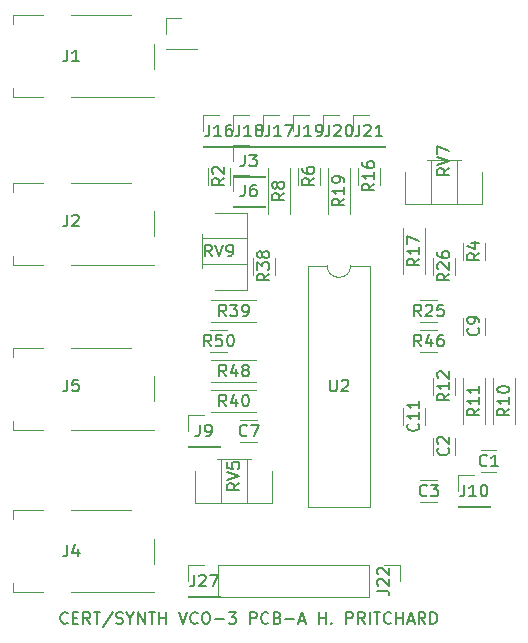
<source format=gbr>
%TF.GenerationSoftware,KiCad,Pcbnew,(6.0.5)*%
%TF.CreationDate,2023-05-17T00:23:09-04:00*%
%TF.ProjectId,as3340_no_mux,61733333-3430-45f6-9e6f-5f6d75782e6b,rev?*%
%TF.SameCoordinates,Original*%
%TF.FileFunction,Legend,Top*%
%TF.FilePolarity,Positive*%
%FSLAX46Y46*%
G04 Gerber Fmt 4.6, Leading zero omitted, Abs format (unit mm)*
G04 Created by KiCad (PCBNEW (6.0.5)) date 2023-05-17 00:23:09*
%MOMM*%
%LPD*%
G01*
G04 APERTURE LIST*
%ADD10C,0.150000*%
%ADD11C,0.120000*%
G04 APERTURE END LIST*
D10*
X38006666Y-155932142D02*
X37959047Y-155979761D01*
X37816190Y-156027380D01*
X37720952Y-156027380D01*
X37578095Y-155979761D01*
X37482857Y-155884523D01*
X37435238Y-155789285D01*
X37387619Y-155598809D01*
X37387619Y-155455952D01*
X37435238Y-155265476D01*
X37482857Y-155170238D01*
X37578095Y-155075000D01*
X37720952Y-155027380D01*
X37816190Y-155027380D01*
X37959047Y-155075000D01*
X38006666Y-155122619D01*
X38435238Y-155503571D02*
X38768571Y-155503571D01*
X38911428Y-156027380D02*
X38435238Y-156027380D01*
X38435238Y-155027380D01*
X38911428Y-155027380D01*
X39911428Y-156027380D02*
X39578095Y-155551190D01*
X39340000Y-156027380D02*
X39340000Y-155027380D01*
X39720952Y-155027380D01*
X39816190Y-155075000D01*
X39863809Y-155122619D01*
X39911428Y-155217857D01*
X39911428Y-155360714D01*
X39863809Y-155455952D01*
X39816190Y-155503571D01*
X39720952Y-155551190D01*
X39340000Y-155551190D01*
X40197142Y-155027380D02*
X40768571Y-155027380D01*
X40482857Y-156027380D02*
X40482857Y-155027380D01*
X41816190Y-154979761D02*
X40959047Y-156265476D01*
X42101904Y-155979761D02*
X42244761Y-156027380D01*
X42482857Y-156027380D01*
X42578095Y-155979761D01*
X42625714Y-155932142D01*
X42673333Y-155836904D01*
X42673333Y-155741666D01*
X42625714Y-155646428D01*
X42578095Y-155598809D01*
X42482857Y-155551190D01*
X42292380Y-155503571D01*
X42197142Y-155455952D01*
X42149523Y-155408333D01*
X42101904Y-155313095D01*
X42101904Y-155217857D01*
X42149523Y-155122619D01*
X42197142Y-155075000D01*
X42292380Y-155027380D01*
X42530476Y-155027380D01*
X42673333Y-155075000D01*
X43292380Y-155551190D02*
X43292380Y-156027380D01*
X42959047Y-155027380D02*
X43292380Y-155551190D01*
X43625714Y-155027380D01*
X43959047Y-156027380D02*
X43959047Y-155027380D01*
X44530476Y-156027380D01*
X44530476Y-155027380D01*
X44863809Y-155027380D02*
X45435238Y-155027380D01*
X45149523Y-156027380D02*
X45149523Y-155027380D01*
X45768571Y-156027380D02*
X45768571Y-155027380D01*
X45768571Y-155503571D02*
X46340000Y-155503571D01*
X46340000Y-156027380D02*
X46340000Y-155027380D01*
X47435238Y-155027380D02*
X47768571Y-156027380D01*
X48101904Y-155027380D01*
X49006666Y-155932142D02*
X48959047Y-155979761D01*
X48816190Y-156027380D01*
X48720952Y-156027380D01*
X48578095Y-155979761D01*
X48482857Y-155884523D01*
X48435238Y-155789285D01*
X48387619Y-155598809D01*
X48387619Y-155455952D01*
X48435238Y-155265476D01*
X48482857Y-155170238D01*
X48578095Y-155075000D01*
X48720952Y-155027380D01*
X48816190Y-155027380D01*
X48959047Y-155075000D01*
X49006666Y-155122619D01*
X49625714Y-155027380D02*
X49816190Y-155027380D01*
X49911428Y-155075000D01*
X50006666Y-155170238D01*
X50054285Y-155360714D01*
X50054285Y-155694047D01*
X50006666Y-155884523D01*
X49911428Y-155979761D01*
X49816190Y-156027380D01*
X49625714Y-156027380D01*
X49530476Y-155979761D01*
X49435238Y-155884523D01*
X49387619Y-155694047D01*
X49387619Y-155360714D01*
X49435238Y-155170238D01*
X49530476Y-155075000D01*
X49625714Y-155027380D01*
X50482857Y-155646428D02*
X51244761Y-155646428D01*
X51625714Y-155027380D02*
X52244761Y-155027380D01*
X51911428Y-155408333D01*
X52054285Y-155408333D01*
X52149523Y-155455952D01*
X52197142Y-155503571D01*
X52244761Y-155598809D01*
X52244761Y-155836904D01*
X52197142Y-155932142D01*
X52149523Y-155979761D01*
X52054285Y-156027380D01*
X51768571Y-156027380D01*
X51673333Y-155979761D01*
X51625714Y-155932142D01*
X53435238Y-156027380D02*
X53435238Y-155027380D01*
X53816190Y-155027380D01*
X53911428Y-155075000D01*
X53959047Y-155122619D01*
X54006666Y-155217857D01*
X54006666Y-155360714D01*
X53959047Y-155455952D01*
X53911428Y-155503571D01*
X53816190Y-155551190D01*
X53435238Y-155551190D01*
X55006666Y-155932142D02*
X54959047Y-155979761D01*
X54816190Y-156027380D01*
X54720952Y-156027380D01*
X54578095Y-155979761D01*
X54482857Y-155884523D01*
X54435238Y-155789285D01*
X54387619Y-155598809D01*
X54387619Y-155455952D01*
X54435238Y-155265476D01*
X54482857Y-155170238D01*
X54578095Y-155075000D01*
X54720952Y-155027380D01*
X54816190Y-155027380D01*
X54959047Y-155075000D01*
X55006666Y-155122619D01*
X55768571Y-155503571D02*
X55911428Y-155551190D01*
X55959047Y-155598809D01*
X56006666Y-155694047D01*
X56006666Y-155836904D01*
X55959047Y-155932142D01*
X55911428Y-155979761D01*
X55816190Y-156027380D01*
X55435238Y-156027380D01*
X55435238Y-155027380D01*
X55768571Y-155027380D01*
X55863809Y-155075000D01*
X55911428Y-155122619D01*
X55959047Y-155217857D01*
X55959047Y-155313095D01*
X55911428Y-155408333D01*
X55863809Y-155455952D01*
X55768571Y-155503571D01*
X55435238Y-155503571D01*
X56435238Y-155646428D02*
X57197142Y-155646428D01*
X57625714Y-155741666D02*
X58101904Y-155741666D01*
X57530476Y-156027380D02*
X57863809Y-155027380D01*
X58197142Y-156027380D01*
X59292380Y-156027380D02*
X59292380Y-155027380D01*
X59292380Y-155503571D02*
X59863809Y-155503571D01*
X59863809Y-156027380D02*
X59863809Y-155027380D01*
X60340000Y-155932142D02*
X60387619Y-155979761D01*
X60340000Y-156027380D01*
X60292380Y-155979761D01*
X60340000Y-155932142D01*
X60340000Y-156027380D01*
X61578095Y-156027380D02*
X61578095Y-155027380D01*
X61959047Y-155027380D01*
X62054285Y-155075000D01*
X62101904Y-155122619D01*
X62149523Y-155217857D01*
X62149523Y-155360714D01*
X62101904Y-155455952D01*
X62054285Y-155503571D01*
X61959047Y-155551190D01*
X61578095Y-155551190D01*
X63149523Y-156027380D02*
X62816190Y-155551190D01*
X62578095Y-156027380D02*
X62578095Y-155027380D01*
X62959047Y-155027380D01*
X63054285Y-155075000D01*
X63101904Y-155122619D01*
X63149523Y-155217857D01*
X63149523Y-155360714D01*
X63101904Y-155455952D01*
X63054285Y-155503571D01*
X62959047Y-155551190D01*
X62578095Y-155551190D01*
X63578095Y-156027380D02*
X63578095Y-155027380D01*
X63911428Y-155027380D02*
X64482857Y-155027380D01*
X64197142Y-156027380D02*
X64197142Y-155027380D01*
X65387619Y-155932142D02*
X65340000Y-155979761D01*
X65197142Y-156027380D01*
X65101904Y-156027380D01*
X64959047Y-155979761D01*
X64863809Y-155884523D01*
X64816190Y-155789285D01*
X64768571Y-155598809D01*
X64768571Y-155455952D01*
X64816190Y-155265476D01*
X64863809Y-155170238D01*
X64959047Y-155075000D01*
X65101904Y-155027380D01*
X65197142Y-155027380D01*
X65340000Y-155075000D01*
X65387619Y-155122619D01*
X65816190Y-156027380D02*
X65816190Y-155027380D01*
X65816190Y-155503571D02*
X66387619Y-155503571D01*
X66387619Y-156027380D02*
X66387619Y-155027380D01*
X66816190Y-155741666D02*
X67292380Y-155741666D01*
X66720952Y-156027380D02*
X67054285Y-155027380D01*
X67387619Y-156027380D01*
X68292380Y-156027380D02*
X67959047Y-155551190D01*
X67720952Y-156027380D02*
X67720952Y-155027380D01*
X68101904Y-155027380D01*
X68197142Y-155075000D01*
X68244761Y-155122619D01*
X68292380Y-155217857D01*
X68292380Y-155360714D01*
X68244761Y-155455952D01*
X68197142Y-155503571D01*
X68101904Y-155551190D01*
X67720952Y-155551190D01*
X68720952Y-156027380D02*
X68720952Y-155027380D01*
X68959047Y-155027380D01*
X69101904Y-155075000D01*
X69197142Y-155170238D01*
X69244761Y-155265476D01*
X69292380Y-155455952D01*
X69292380Y-155598809D01*
X69244761Y-155789285D01*
X69197142Y-155884523D01*
X69101904Y-155979761D01*
X68959047Y-156027380D01*
X68720952Y-156027380D01*
%TO.C,R40*%
X51427142Y-137612380D02*
X51093809Y-137136190D01*
X50855714Y-137612380D02*
X50855714Y-136612380D01*
X51236666Y-136612380D01*
X51331904Y-136660000D01*
X51379523Y-136707619D01*
X51427142Y-136802857D01*
X51427142Y-136945714D01*
X51379523Y-137040952D01*
X51331904Y-137088571D01*
X51236666Y-137136190D01*
X50855714Y-137136190D01*
X52284285Y-136945714D02*
X52284285Y-137612380D01*
X52046190Y-136564761D02*
X51808095Y-137279047D01*
X52427142Y-137279047D01*
X52998571Y-136612380D02*
X53093809Y-136612380D01*
X53189047Y-136660000D01*
X53236666Y-136707619D01*
X53284285Y-136802857D01*
X53331904Y-136993333D01*
X53331904Y-137231428D01*
X53284285Y-137421904D01*
X53236666Y-137517142D01*
X53189047Y-137564761D01*
X53093809Y-137612380D01*
X52998571Y-137612380D01*
X52903333Y-137564761D01*
X52855714Y-137517142D01*
X52808095Y-137421904D01*
X52760476Y-137231428D01*
X52760476Y-136993333D01*
X52808095Y-136802857D01*
X52855714Y-136707619D01*
X52903333Y-136660000D01*
X52998571Y-136612380D01*
%TO.C,RV5*%
X52522380Y-144105238D02*
X52046190Y-144438571D01*
X52522380Y-144676666D02*
X51522380Y-144676666D01*
X51522380Y-144295714D01*
X51570000Y-144200476D01*
X51617619Y-144152857D01*
X51712857Y-144105238D01*
X51855714Y-144105238D01*
X51950952Y-144152857D01*
X51998571Y-144200476D01*
X52046190Y-144295714D01*
X52046190Y-144676666D01*
X51522380Y-143819523D02*
X52522380Y-143486190D01*
X51522380Y-143152857D01*
X51522380Y-142343333D02*
X51522380Y-142819523D01*
X51998571Y-142867142D01*
X51950952Y-142819523D01*
X51903333Y-142724285D01*
X51903333Y-142486190D01*
X51950952Y-142390952D01*
X51998571Y-142343333D01*
X52093809Y-142295714D01*
X52331904Y-142295714D01*
X52427142Y-142343333D01*
X52474761Y-142390952D01*
X52522380Y-142486190D01*
X52522380Y-142724285D01*
X52474761Y-142819523D01*
X52427142Y-142867142D01*
%TO.C,R2*%
X51252380Y-118276666D02*
X50776190Y-118610000D01*
X51252380Y-118848095D02*
X50252380Y-118848095D01*
X50252380Y-118467142D01*
X50300000Y-118371904D01*
X50347619Y-118324285D01*
X50442857Y-118276666D01*
X50585714Y-118276666D01*
X50680952Y-118324285D01*
X50728571Y-118371904D01*
X50776190Y-118467142D01*
X50776190Y-118848095D01*
X50347619Y-117895714D02*
X50300000Y-117848095D01*
X50252380Y-117752857D01*
X50252380Y-117514761D01*
X50300000Y-117419523D01*
X50347619Y-117371904D01*
X50442857Y-117324285D01*
X50538095Y-117324285D01*
X50680952Y-117371904D01*
X51252380Y-117943333D01*
X51252380Y-117324285D01*
%TO.C,J21*%
X62690476Y-113752380D02*
X62690476Y-114466666D01*
X62642857Y-114609523D01*
X62547619Y-114704761D01*
X62404761Y-114752380D01*
X62309523Y-114752380D01*
X63119047Y-113847619D02*
X63166666Y-113800000D01*
X63261904Y-113752380D01*
X63500000Y-113752380D01*
X63595238Y-113800000D01*
X63642857Y-113847619D01*
X63690476Y-113942857D01*
X63690476Y-114038095D01*
X63642857Y-114180952D01*
X63071428Y-114752380D01*
X63690476Y-114752380D01*
X64642857Y-114752380D02*
X64071428Y-114752380D01*
X64357142Y-114752380D02*
X64357142Y-113752380D01*
X64261904Y-113895238D01*
X64166666Y-113990476D01*
X64071428Y-114038095D01*
%TO.C,J18*%
X52530476Y-113752380D02*
X52530476Y-114466666D01*
X52482857Y-114609523D01*
X52387619Y-114704761D01*
X52244761Y-114752380D01*
X52149523Y-114752380D01*
X53530476Y-114752380D02*
X52959047Y-114752380D01*
X53244761Y-114752380D02*
X53244761Y-113752380D01*
X53149523Y-113895238D01*
X53054285Y-113990476D01*
X52959047Y-114038095D01*
X54101904Y-114180952D02*
X54006666Y-114133333D01*
X53959047Y-114085714D01*
X53911428Y-113990476D01*
X53911428Y-113942857D01*
X53959047Y-113847619D01*
X54006666Y-113800000D01*
X54101904Y-113752380D01*
X54292380Y-113752380D01*
X54387619Y-113800000D01*
X54435238Y-113847619D01*
X54482857Y-113942857D01*
X54482857Y-113990476D01*
X54435238Y-114085714D01*
X54387619Y-114133333D01*
X54292380Y-114180952D01*
X54101904Y-114180952D01*
X54006666Y-114228571D01*
X53959047Y-114276190D01*
X53911428Y-114371428D01*
X53911428Y-114561904D01*
X53959047Y-114657142D01*
X54006666Y-114704761D01*
X54101904Y-114752380D01*
X54292380Y-114752380D01*
X54387619Y-114704761D01*
X54435238Y-114657142D01*
X54482857Y-114561904D01*
X54482857Y-114371428D01*
X54435238Y-114276190D01*
X54387619Y-114228571D01*
X54292380Y-114180952D01*
%TO.C,J20*%
X60150476Y-113752380D02*
X60150476Y-114466666D01*
X60102857Y-114609523D01*
X60007619Y-114704761D01*
X59864761Y-114752380D01*
X59769523Y-114752380D01*
X60579047Y-113847619D02*
X60626666Y-113800000D01*
X60721904Y-113752380D01*
X60960000Y-113752380D01*
X61055238Y-113800000D01*
X61102857Y-113847619D01*
X61150476Y-113942857D01*
X61150476Y-114038095D01*
X61102857Y-114180952D01*
X60531428Y-114752380D01*
X61150476Y-114752380D01*
X61769523Y-113752380D02*
X61864761Y-113752380D01*
X61960000Y-113800000D01*
X62007619Y-113847619D01*
X62055238Y-113942857D01*
X62102857Y-114133333D01*
X62102857Y-114371428D01*
X62055238Y-114561904D01*
X62007619Y-114657142D01*
X61960000Y-114704761D01*
X61864761Y-114752380D01*
X61769523Y-114752380D01*
X61674285Y-114704761D01*
X61626666Y-114657142D01*
X61579047Y-114561904D01*
X61531428Y-114371428D01*
X61531428Y-114133333D01*
X61579047Y-113942857D01*
X61626666Y-113847619D01*
X61674285Y-113800000D01*
X61769523Y-113752380D01*
%TO.C,J16*%
X49990476Y-113752380D02*
X49990476Y-114466666D01*
X49942857Y-114609523D01*
X49847619Y-114704761D01*
X49704761Y-114752380D01*
X49609523Y-114752380D01*
X50990476Y-114752380D02*
X50419047Y-114752380D01*
X50704761Y-114752380D02*
X50704761Y-113752380D01*
X50609523Y-113895238D01*
X50514285Y-113990476D01*
X50419047Y-114038095D01*
X51847619Y-113752380D02*
X51657142Y-113752380D01*
X51561904Y-113800000D01*
X51514285Y-113847619D01*
X51419047Y-113990476D01*
X51371428Y-114180952D01*
X51371428Y-114561904D01*
X51419047Y-114657142D01*
X51466666Y-114704761D01*
X51561904Y-114752380D01*
X51752380Y-114752380D01*
X51847619Y-114704761D01*
X51895238Y-114657142D01*
X51942857Y-114561904D01*
X51942857Y-114323809D01*
X51895238Y-114228571D01*
X51847619Y-114180952D01*
X51752380Y-114133333D01*
X51561904Y-114133333D01*
X51466666Y-114180952D01*
X51419047Y-114228571D01*
X51371428Y-114323809D01*
%TO.C,R46*%
X67937142Y-132532380D02*
X67603809Y-132056190D01*
X67365714Y-132532380D02*
X67365714Y-131532380D01*
X67746666Y-131532380D01*
X67841904Y-131580000D01*
X67889523Y-131627619D01*
X67937142Y-131722857D01*
X67937142Y-131865714D01*
X67889523Y-131960952D01*
X67841904Y-132008571D01*
X67746666Y-132056190D01*
X67365714Y-132056190D01*
X68794285Y-131865714D02*
X68794285Y-132532380D01*
X68556190Y-131484761D02*
X68318095Y-132199047D01*
X68937142Y-132199047D01*
X69746666Y-131532380D02*
X69556190Y-131532380D01*
X69460952Y-131580000D01*
X69413333Y-131627619D01*
X69318095Y-131770476D01*
X69270476Y-131960952D01*
X69270476Y-132341904D01*
X69318095Y-132437142D01*
X69365714Y-132484761D01*
X69460952Y-132532380D01*
X69651428Y-132532380D01*
X69746666Y-132484761D01*
X69794285Y-132437142D01*
X69841904Y-132341904D01*
X69841904Y-132103809D01*
X69794285Y-132008571D01*
X69746666Y-131960952D01*
X69651428Y-131913333D01*
X69460952Y-131913333D01*
X69365714Y-131960952D01*
X69318095Y-132008571D01*
X69270476Y-132103809D01*
%TO.C,J19*%
X57610476Y-113752380D02*
X57610476Y-114466666D01*
X57562857Y-114609523D01*
X57467619Y-114704761D01*
X57324761Y-114752380D01*
X57229523Y-114752380D01*
X58610476Y-114752380D02*
X58039047Y-114752380D01*
X58324761Y-114752380D02*
X58324761Y-113752380D01*
X58229523Y-113895238D01*
X58134285Y-113990476D01*
X58039047Y-114038095D01*
X59086666Y-114752380D02*
X59277142Y-114752380D01*
X59372380Y-114704761D01*
X59420000Y-114657142D01*
X59515238Y-114514285D01*
X59562857Y-114323809D01*
X59562857Y-113942857D01*
X59515238Y-113847619D01*
X59467619Y-113800000D01*
X59372380Y-113752380D01*
X59181904Y-113752380D01*
X59086666Y-113800000D01*
X59039047Y-113847619D01*
X58991428Y-113942857D01*
X58991428Y-114180952D01*
X59039047Y-114276190D01*
X59086666Y-114323809D01*
X59181904Y-114371428D01*
X59372380Y-114371428D01*
X59467619Y-114323809D01*
X59515238Y-114276190D01*
X59562857Y-114180952D01*
%TO.C,C7*%
X53173333Y-140057142D02*
X53125714Y-140104761D01*
X52982857Y-140152380D01*
X52887619Y-140152380D01*
X52744761Y-140104761D01*
X52649523Y-140009523D01*
X52601904Y-139914285D01*
X52554285Y-139723809D01*
X52554285Y-139580952D01*
X52601904Y-139390476D01*
X52649523Y-139295238D01*
X52744761Y-139200000D01*
X52887619Y-139152380D01*
X52982857Y-139152380D01*
X53125714Y-139200000D01*
X53173333Y-139247619D01*
X53506666Y-139152380D02*
X54173333Y-139152380D01*
X53744761Y-140152380D01*
%TO.C,R48*%
X51427142Y-135072380D02*
X51093809Y-134596190D01*
X50855714Y-135072380D02*
X50855714Y-134072380D01*
X51236666Y-134072380D01*
X51331904Y-134120000D01*
X51379523Y-134167619D01*
X51427142Y-134262857D01*
X51427142Y-134405714D01*
X51379523Y-134500952D01*
X51331904Y-134548571D01*
X51236666Y-134596190D01*
X50855714Y-134596190D01*
X52284285Y-134405714D02*
X52284285Y-135072380D01*
X52046190Y-134024761D02*
X51808095Y-134739047D01*
X52427142Y-134739047D01*
X52950952Y-134500952D02*
X52855714Y-134453333D01*
X52808095Y-134405714D01*
X52760476Y-134310476D01*
X52760476Y-134262857D01*
X52808095Y-134167619D01*
X52855714Y-134120000D01*
X52950952Y-134072380D01*
X53141428Y-134072380D01*
X53236666Y-134120000D01*
X53284285Y-134167619D01*
X53331904Y-134262857D01*
X53331904Y-134310476D01*
X53284285Y-134405714D01*
X53236666Y-134453333D01*
X53141428Y-134500952D01*
X52950952Y-134500952D01*
X52855714Y-134548571D01*
X52808095Y-134596190D01*
X52760476Y-134691428D01*
X52760476Y-134881904D01*
X52808095Y-134977142D01*
X52855714Y-135024761D01*
X52950952Y-135072380D01*
X53141428Y-135072380D01*
X53236666Y-135024761D01*
X53284285Y-134977142D01*
X53331904Y-134881904D01*
X53331904Y-134691428D01*
X53284285Y-134596190D01*
X53236666Y-134548571D01*
X53141428Y-134500952D01*
%TO.C,R16*%
X63952380Y-118752857D02*
X63476190Y-119086190D01*
X63952380Y-119324285D02*
X62952380Y-119324285D01*
X62952380Y-118943333D01*
X63000000Y-118848095D01*
X63047619Y-118800476D01*
X63142857Y-118752857D01*
X63285714Y-118752857D01*
X63380952Y-118800476D01*
X63428571Y-118848095D01*
X63476190Y-118943333D01*
X63476190Y-119324285D01*
X63952380Y-117800476D02*
X63952380Y-118371904D01*
X63952380Y-118086190D02*
X62952380Y-118086190D01*
X63095238Y-118181428D01*
X63190476Y-118276666D01*
X63238095Y-118371904D01*
X62952380Y-116943333D02*
X62952380Y-117133809D01*
X63000000Y-117229047D01*
X63047619Y-117276666D01*
X63190476Y-117371904D01*
X63380952Y-117419523D01*
X63761904Y-117419523D01*
X63857142Y-117371904D01*
X63904761Y-117324285D01*
X63952380Y-117229047D01*
X63952380Y-117038571D01*
X63904761Y-116943333D01*
X63857142Y-116895714D01*
X63761904Y-116848095D01*
X63523809Y-116848095D01*
X63428571Y-116895714D01*
X63380952Y-116943333D01*
X63333333Y-117038571D01*
X63333333Y-117229047D01*
X63380952Y-117324285D01*
X63428571Y-117371904D01*
X63523809Y-117419523D01*
%TO.C,R4*%
X72842380Y-124626666D02*
X72366190Y-124960000D01*
X72842380Y-125198095D02*
X71842380Y-125198095D01*
X71842380Y-124817142D01*
X71890000Y-124721904D01*
X71937619Y-124674285D01*
X72032857Y-124626666D01*
X72175714Y-124626666D01*
X72270952Y-124674285D01*
X72318571Y-124721904D01*
X72366190Y-124817142D01*
X72366190Y-125198095D01*
X72175714Y-123769523D02*
X72842380Y-123769523D01*
X71794761Y-124007619D02*
X72509047Y-124245714D01*
X72509047Y-123626666D01*
%TO.C,C2*%
X70207142Y-141136666D02*
X70254761Y-141184285D01*
X70302380Y-141327142D01*
X70302380Y-141422380D01*
X70254761Y-141565238D01*
X70159523Y-141660476D01*
X70064285Y-141708095D01*
X69873809Y-141755714D01*
X69730952Y-141755714D01*
X69540476Y-141708095D01*
X69445238Y-141660476D01*
X69350000Y-141565238D01*
X69302380Y-141422380D01*
X69302380Y-141327142D01*
X69350000Y-141184285D01*
X69397619Y-141136666D01*
X69397619Y-140755714D02*
X69350000Y-140708095D01*
X69302380Y-140612857D01*
X69302380Y-140374761D01*
X69350000Y-140279523D01*
X69397619Y-140231904D01*
X69492857Y-140184285D01*
X69588095Y-140184285D01*
X69730952Y-140231904D01*
X70302380Y-140803333D01*
X70302380Y-140184285D01*
%TO.C,J4*%
X37966666Y-149312380D02*
X37966666Y-150026666D01*
X37919047Y-150169523D01*
X37823809Y-150264761D01*
X37680952Y-150312380D01*
X37585714Y-150312380D01*
X38871428Y-149645714D02*
X38871428Y-150312380D01*
X38633333Y-149264761D02*
X38395238Y-149979047D01*
X39014285Y-149979047D01*
%TO.C,J1*%
X37966666Y-107402380D02*
X37966666Y-108116666D01*
X37919047Y-108259523D01*
X37823809Y-108354761D01*
X37680952Y-108402380D01*
X37585714Y-108402380D01*
X38966666Y-108402380D02*
X38395238Y-108402380D01*
X38680952Y-108402380D02*
X38680952Y-107402380D01*
X38585714Y-107545238D01*
X38490476Y-107640476D01*
X38395238Y-107688095D01*
%TO.C,J10*%
X71580476Y-144232380D02*
X71580476Y-144946666D01*
X71532857Y-145089523D01*
X71437619Y-145184761D01*
X71294761Y-145232380D01*
X71199523Y-145232380D01*
X72580476Y-145232380D02*
X72009047Y-145232380D01*
X72294761Y-145232380D02*
X72294761Y-144232380D01*
X72199523Y-144375238D01*
X72104285Y-144470476D01*
X72009047Y-144518095D01*
X73199523Y-144232380D02*
X73294761Y-144232380D01*
X73390000Y-144280000D01*
X73437619Y-144327619D01*
X73485238Y-144422857D01*
X73532857Y-144613333D01*
X73532857Y-144851428D01*
X73485238Y-145041904D01*
X73437619Y-145137142D01*
X73390000Y-145184761D01*
X73294761Y-145232380D01*
X73199523Y-145232380D01*
X73104285Y-145184761D01*
X73056666Y-145137142D01*
X73009047Y-145041904D01*
X72961428Y-144851428D01*
X72961428Y-144613333D01*
X73009047Y-144422857D01*
X73056666Y-144327619D01*
X73104285Y-144280000D01*
X73199523Y-144232380D01*
%TO.C,C9*%
X72747142Y-130976666D02*
X72794761Y-131024285D01*
X72842380Y-131167142D01*
X72842380Y-131262380D01*
X72794761Y-131405238D01*
X72699523Y-131500476D01*
X72604285Y-131548095D01*
X72413809Y-131595714D01*
X72270952Y-131595714D01*
X72080476Y-131548095D01*
X71985238Y-131500476D01*
X71890000Y-131405238D01*
X71842380Y-131262380D01*
X71842380Y-131167142D01*
X71890000Y-131024285D01*
X71937619Y-130976666D01*
X72842380Y-130500476D02*
X72842380Y-130310000D01*
X72794761Y-130214761D01*
X72747142Y-130167142D01*
X72604285Y-130071904D01*
X72413809Y-130024285D01*
X72032857Y-130024285D01*
X71937619Y-130071904D01*
X71890000Y-130119523D01*
X71842380Y-130214761D01*
X71842380Y-130405238D01*
X71890000Y-130500476D01*
X71937619Y-130548095D01*
X72032857Y-130595714D01*
X72270952Y-130595714D01*
X72366190Y-130548095D01*
X72413809Y-130500476D01*
X72461428Y-130405238D01*
X72461428Y-130214761D01*
X72413809Y-130119523D01*
X72366190Y-130071904D01*
X72270952Y-130024285D01*
%TO.C,C11*%
X67667142Y-139072857D02*
X67714761Y-139120476D01*
X67762380Y-139263333D01*
X67762380Y-139358571D01*
X67714761Y-139501428D01*
X67619523Y-139596666D01*
X67524285Y-139644285D01*
X67333809Y-139691904D01*
X67190952Y-139691904D01*
X67000476Y-139644285D01*
X66905238Y-139596666D01*
X66810000Y-139501428D01*
X66762380Y-139358571D01*
X66762380Y-139263333D01*
X66810000Y-139120476D01*
X66857619Y-139072857D01*
X67762380Y-138120476D02*
X67762380Y-138691904D01*
X67762380Y-138406190D02*
X66762380Y-138406190D01*
X66905238Y-138501428D01*
X67000476Y-138596666D01*
X67048095Y-138691904D01*
X67762380Y-137168095D02*
X67762380Y-137739523D01*
X67762380Y-137453809D02*
X66762380Y-137453809D01*
X66905238Y-137549047D01*
X67000476Y-137644285D01*
X67048095Y-137739523D01*
%TO.C,R26*%
X70302380Y-126372857D02*
X69826190Y-126706190D01*
X70302380Y-126944285D02*
X69302380Y-126944285D01*
X69302380Y-126563333D01*
X69350000Y-126468095D01*
X69397619Y-126420476D01*
X69492857Y-126372857D01*
X69635714Y-126372857D01*
X69730952Y-126420476D01*
X69778571Y-126468095D01*
X69826190Y-126563333D01*
X69826190Y-126944285D01*
X69397619Y-125991904D02*
X69350000Y-125944285D01*
X69302380Y-125849047D01*
X69302380Y-125610952D01*
X69350000Y-125515714D01*
X69397619Y-125468095D01*
X69492857Y-125420476D01*
X69588095Y-125420476D01*
X69730952Y-125468095D01*
X70302380Y-126039523D01*
X70302380Y-125420476D01*
X69302380Y-124563333D02*
X69302380Y-124753809D01*
X69350000Y-124849047D01*
X69397619Y-124896666D01*
X69540476Y-124991904D01*
X69730952Y-125039523D01*
X70111904Y-125039523D01*
X70207142Y-124991904D01*
X70254761Y-124944285D01*
X70302380Y-124849047D01*
X70302380Y-124658571D01*
X70254761Y-124563333D01*
X70207142Y-124515714D01*
X70111904Y-124468095D01*
X69873809Y-124468095D01*
X69778571Y-124515714D01*
X69730952Y-124563333D01*
X69683333Y-124658571D01*
X69683333Y-124849047D01*
X69730952Y-124944285D01*
X69778571Y-124991904D01*
X69873809Y-125039523D01*
%TO.C,J9*%
X49196666Y-139152380D02*
X49196666Y-139866666D01*
X49149047Y-140009523D01*
X49053809Y-140104761D01*
X48910952Y-140152380D01*
X48815714Y-140152380D01*
X49720476Y-140152380D02*
X49910952Y-140152380D01*
X50006190Y-140104761D01*
X50053809Y-140057142D01*
X50149047Y-139914285D01*
X50196666Y-139723809D01*
X50196666Y-139342857D01*
X50149047Y-139247619D01*
X50101428Y-139200000D01*
X50006190Y-139152380D01*
X49815714Y-139152380D01*
X49720476Y-139200000D01*
X49672857Y-139247619D01*
X49625238Y-139342857D01*
X49625238Y-139580952D01*
X49672857Y-139676190D01*
X49720476Y-139723809D01*
X49815714Y-139771428D01*
X50006190Y-139771428D01*
X50101428Y-139723809D01*
X50149047Y-139676190D01*
X50196666Y-139580952D01*
%TO.C,R19*%
X61412380Y-120022857D02*
X60936190Y-120356190D01*
X61412380Y-120594285D02*
X60412380Y-120594285D01*
X60412380Y-120213333D01*
X60460000Y-120118095D01*
X60507619Y-120070476D01*
X60602857Y-120022857D01*
X60745714Y-120022857D01*
X60840952Y-120070476D01*
X60888571Y-120118095D01*
X60936190Y-120213333D01*
X60936190Y-120594285D01*
X61412380Y-119070476D02*
X61412380Y-119641904D01*
X61412380Y-119356190D02*
X60412380Y-119356190D01*
X60555238Y-119451428D01*
X60650476Y-119546666D01*
X60698095Y-119641904D01*
X61412380Y-118594285D02*
X61412380Y-118403809D01*
X61364761Y-118308571D01*
X61317142Y-118260952D01*
X61174285Y-118165714D01*
X60983809Y-118118095D01*
X60602857Y-118118095D01*
X60507619Y-118165714D01*
X60460000Y-118213333D01*
X60412380Y-118308571D01*
X60412380Y-118499047D01*
X60460000Y-118594285D01*
X60507619Y-118641904D01*
X60602857Y-118689523D01*
X60840952Y-118689523D01*
X60936190Y-118641904D01*
X60983809Y-118594285D01*
X61031428Y-118499047D01*
X61031428Y-118308571D01*
X60983809Y-118213333D01*
X60936190Y-118165714D01*
X60840952Y-118118095D01*
%TO.C,R12*%
X70302380Y-136532857D02*
X69826190Y-136866190D01*
X70302380Y-137104285D02*
X69302380Y-137104285D01*
X69302380Y-136723333D01*
X69350000Y-136628095D01*
X69397619Y-136580476D01*
X69492857Y-136532857D01*
X69635714Y-136532857D01*
X69730952Y-136580476D01*
X69778571Y-136628095D01*
X69826190Y-136723333D01*
X69826190Y-137104285D01*
X70302380Y-135580476D02*
X70302380Y-136151904D01*
X70302380Y-135866190D02*
X69302380Y-135866190D01*
X69445238Y-135961428D01*
X69540476Y-136056666D01*
X69588095Y-136151904D01*
X69397619Y-135199523D02*
X69350000Y-135151904D01*
X69302380Y-135056666D01*
X69302380Y-134818571D01*
X69350000Y-134723333D01*
X69397619Y-134675714D01*
X69492857Y-134628095D01*
X69588095Y-134628095D01*
X69730952Y-134675714D01*
X70302380Y-135247142D01*
X70302380Y-134628095D01*
%TO.C,J3*%
X53006666Y-116292380D02*
X53006666Y-117006666D01*
X52959047Y-117149523D01*
X52863809Y-117244761D01*
X52720952Y-117292380D01*
X52625714Y-117292380D01*
X53387619Y-116292380D02*
X54006666Y-116292380D01*
X53673333Y-116673333D01*
X53816190Y-116673333D01*
X53911428Y-116720952D01*
X53959047Y-116768571D01*
X54006666Y-116863809D01*
X54006666Y-117101904D01*
X53959047Y-117197142D01*
X53911428Y-117244761D01*
X53816190Y-117292380D01*
X53530476Y-117292380D01*
X53435238Y-117244761D01*
X53387619Y-117197142D01*
%TO.C,RV7*%
X70302380Y-117435238D02*
X69826190Y-117768571D01*
X70302380Y-118006666D02*
X69302380Y-118006666D01*
X69302380Y-117625714D01*
X69350000Y-117530476D01*
X69397619Y-117482857D01*
X69492857Y-117435238D01*
X69635714Y-117435238D01*
X69730952Y-117482857D01*
X69778571Y-117530476D01*
X69826190Y-117625714D01*
X69826190Y-118006666D01*
X69302380Y-117149523D02*
X70302380Y-116816190D01*
X69302380Y-116482857D01*
X69302380Y-116244761D02*
X69302380Y-115578095D01*
X70302380Y-116006666D01*
%TO.C,J22*%
X64222380Y-153209523D02*
X64936666Y-153209523D01*
X65079523Y-153257142D01*
X65174761Y-153352380D01*
X65222380Y-153495238D01*
X65222380Y-153590476D01*
X64317619Y-152780952D02*
X64270000Y-152733333D01*
X64222380Y-152638095D01*
X64222380Y-152400000D01*
X64270000Y-152304761D01*
X64317619Y-152257142D01*
X64412857Y-152209523D01*
X64508095Y-152209523D01*
X64650952Y-152257142D01*
X65222380Y-152828571D01*
X65222380Y-152209523D01*
X64317619Y-151828571D02*
X64270000Y-151780952D01*
X64222380Y-151685714D01*
X64222380Y-151447619D01*
X64270000Y-151352380D01*
X64317619Y-151304761D01*
X64412857Y-151257142D01*
X64508095Y-151257142D01*
X64650952Y-151304761D01*
X65222380Y-151876190D01*
X65222380Y-151257142D01*
%TO.C,R17*%
X67762380Y-125102857D02*
X67286190Y-125436190D01*
X67762380Y-125674285D02*
X66762380Y-125674285D01*
X66762380Y-125293333D01*
X66810000Y-125198095D01*
X66857619Y-125150476D01*
X66952857Y-125102857D01*
X67095714Y-125102857D01*
X67190952Y-125150476D01*
X67238571Y-125198095D01*
X67286190Y-125293333D01*
X67286190Y-125674285D01*
X67762380Y-124150476D02*
X67762380Y-124721904D01*
X67762380Y-124436190D02*
X66762380Y-124436190D01*
X66905238Y-124531428D01*
X67000476Y-124626666D01*
X67048095Y-124721904D01*
X66762380Y-123817142D02*
X66762380Y-123150476D01*
X67762380Y-123579047D01*
%TO.C,J27*%
X48720476Y-151852380D02*
X48720476Y-152566666D01*
X48672857Y-152709523D01*
X48577619Y-152804761D01*
X48434761Y-152852380D01*
X48339523Y-152852380D01*
X49149047Y-151947619D02*
X49196666Y-151900000D01*
X49291904Y-151852380D01*
X49530000Y-151852380D01*
X49625238Y-151900000D01*
X49672857Y-151947619D01*
X49720476Y-152042857D01*
X49720476Y-152138095D01*
X49672857Y-152280952D01*
X49101428Y-152852380D01*
X49720476Y-152852380D01*
X50053809Y-151852380D02*
X50720476Y-151852380D01*
X50291904Y-152852380D01*
%TO.C,R8*%
X56332380Y-119546666D02*
X55856190Y-119880000D01*
X56332380Y-120118095D02*
X55332380Y-120118095D01*
X55332380Y-119737142D01*
X55380000Y-119641904D01*
X55427619Y-119594285D01*
X55522857Y-119546666D01*
X55665714Y-119546666D01*
X55760952Y-119594285D01*
X55808571Y-119641904D01*
X55856190Y-119737142D01*
X55856190Y-120118095D01*
X55760952Y-118975238D02*
X55713333Y-119070476D01*
X55665714Y-119118095D01*
X55570476Y-119165714D01*
X55522857Y-119165714D01*
X55427619Y-119118095D01*
X55380000Y-119070476D01*
X55332380Y-118975238D01*
X55332380Y-118784761D01*
X55380000Y-118689523D01*
X55427619Y-118641904D01*
X55522857Y-118594285D01*
X55570476Y-118594285D01*
X55665714Y-118641904D01*
X55713333Y-118689523D01*
X55760952Y-118784761D01*
X55760952Y-118975238D01*
X55808571Y-119070476D01*
X55856190Y-119118095D01*
X55951428Y-119165714D01*
X56141904Y-119165714D01*
X56237142Y-119118095D01*
X56284761Y-119070476D01*
X56332380Y-118975238D01*
X56332380Y-118784761D01*
X56284761Y-118689523D01*
X56237142Y-118641904D01*
X56141904Y-118594285D01*
X55951428Y-118594285D01*
X55856190Y-118641904D01*
X55808571Y-118689523D01*
X55760952Y-118784761D01*
%TO.C,C1*%
X73493333Y-142597142D02*
X73445714Y-142644761D01*
X73302857Y-142692380D01*
X73207619Y-142692380D01*
X73064761Y-142644761D01*
X72969523Y-142549523D01*
X72921904Y-142454285D01*
X72874285Y-142263809D01*
X72874285Y-142120952D01*
X72921904Y-141930476D01*
X72969523Y-141835238D01*
X73064761Y-141740000D01*
X73207619Y-141692380D01*
X73302857Y-141692380D01*
X73445714Y-141740000D01*
X73493333Y-141787619D01*
X74445714Y-142692380D02*
X73874285Y-142692380D01*
X74160000Y-142692380D02*
X74160000Y-141692380D01*
X74064761Y-141835238D01*
X73969523Y-141930476D01*
X73874285Y-141978095D01*
%TO.C,R50*%
X50157142Y-132532380D02*
X49823809Y-132056190D01*
X49585714Y-132532380D02*
X49585714Y-131532380D01*
X49966666Y-131532380D01*
X50061904Y-131580000D01*
X50109523Y-131627619D01*
X50157142Y-131722857D01*
X50157142Y-131865714D01*
X50109523Y-131960952D01*
X50061904Y-132008571D01*
X49966666Y-132056190D01*
X49585714Y-132056190D01*
X51061904Y-131532380D02*
X50585714Y-131532380D01*
X50538095Y-132008571D01*
X50585714Y-131960952D01*
X50680952Y-131913333D01*
X50919047Y-131913333D01*
X51014285Y-131960952D01*
X51061904Y-132008571D01*
X51109523Y-132103809D01*
X51109523Y-132341904D01*
X51061904Y-132437142D01*
X51014285Y-132484761D01*
X50919047Y-132532380D01*
X50680952Y-132532380D01*
X50585714Y-132484761D01*
X50538095Y-132437142D01*
X51728571Y-131532380D02*
X51823809Y-131532380D01*
X51919047Y-131580000D01*
X51966666Y-131627619D01*
X52014285Y-131722857D01*
X52061904Y-131913333D01*
X52061904Y-132151428D01*
X52014285Y-132341904D01*
X51966666Y-132437142D01*
X51919047Y-132484761D01*
X51823809Y-132532380D01*
X51728571Y-132532380D01*
X51633333Y-132484761D01*
X51585714Y-132437142D01*
X51538095Y-132341904D01*
X51490476Y-132151428D01*
X51490476Y-131913333D01*
X51538095Y-131722857D01*
X51585714Y-131627619D01*
X51633333Y-131580000D01*
X51728571Y-131532380D01*
%TO.C,R10*%
X75382380Y-137802857D02*
X74906190Y-138136190D01*
X75382380Y-138374285D02*
X74382380Y-138374285D01*
X74382380Y-137993333D01*
X74430000Y-137898095D01*
X74477619Y-137850476D01*
X74572857Y-137802857D01*
X74715714Y-137802857D01*
X74810952Y-137850476D01*
X74858571Y-137898095D01*
X74906190Y-137993333D01*
X74906190Y-138374285D01*
X75382380Y-136850476D02*
X75382380Y-137421904D01*
X75382380Y-137136190D02*
X74382380Y-137136190D01*
X74525238Y-137231428D01*
X74620476Y-137326666D01*
X74668095Y-137421904D01*
X74382380Y-136231428D02*
X74382380Y-136136190D01*
X74430000Y-136040952D01*
X74477619Y-135993333D01*
X74572857Y-135945714D01*
X74763333Y-135898095D01*
X75001428Y-135898095D01*
X75191904Y-135945714D01*
X75287142Y-135993333D01*
X75334761Y-136040952D01*
X75382380Y-136136190D01*
X75382380Y-136231428D01*
X75334761Y-136326666D01*
X75287142Y-136374285D01*
X75191904Y-136421904D01*
X75001428Y-136469523D01*
X74763333Y-136469523D01*
X74572857Y-136421904D01*
X74477619Y-136374285D01*
X74430000Y-136326666D01*
X74382380Y-136231428D01*
%TO.C,J2*%
X37966666Y-121372380D02*
X37966666Y-122086666D01*
X37919047Y-122229523D01*
X37823809Y-122324761D01*
X37680952Y-122372380D01*
X37585714Y-122372380D01*
X38395238Y-121467619D02*
X38442857Y-121420000D01*
X38538095Y-121372380D01*
X38776190Y-121372380D01*
X38871428Y-121420000D01*
X38919047Y-121467619D01*
X38966666Y-121562857D01*
X38966666Y-121658095D01*
X38919047Y-121800952D01*
X38347619Y-122372380D01*
X38966666Y-122372380D01*
%TO.C,RV9*%
X50204761Y-124912380D02*
X49871428Y-124436190D01*
X49633333Y-124912380D02*
X49633333Y-123912380D01*
X50014285Y-123912380D01*
X50109523Y-123960000D01*
X50157142Y-124007619D01*
X50204761Y-124102857D01*
X50204761Y-124245714D01*
X50157142Y-124340952D01*
X50109523Y-124388571D01*
X50014285Y-124436190D01*
X49633333Y-124436190D01*
X50490476Y-123912380D02*
X50823809Y-124912380D01*
X51157142Y-123912380D01*
X51538095Y-124912380D02*
X51728571Y-124912380D01*
X51823809Y-124864761D01*
X51871428Y-124817142D01*
X51966666Y-124674285D01*
X52014285Y-124483809D01*
X52014285Y-124102857D01*
X51966666Y-124007619D01*
X51919047Y-123960000D01*
X51823809Y-123912380D01*
X51633333Y-123912380D01*
X51538095Y-123960000D01*
X51490476Y-124007619D01*
X51442857Y-124102857D01*
X51442857Y-124340952D01*
X51490476Y-124436190D01*
X51538095Y-124483809D01*
X51633333Y-124531428D01*
X51823809Y-124531428D01*
X51919047Y-124483809D01*
X51966666Y-124436190D01*
X52014285Y-124340952D01*
%TO.C,J17*%
X55070476Y-113752380D02*
X55070476Y-114466666D01*
X55022857Y-114609523D01*
X54927619Y-114704761D01*
X54784761Y-114752380D01*
X54689523Y-114752380D01*
X56070476Y-114752380D02*
X55499047Y-114752380D01*
X55784761Y-114752380D02*
X55784761Y-113752380D01*
X55689523Y-113895238D01*
X55594285Y-113990476D01*
X55499047Y-114038095D01*
X56403809Y-113752380D02*
X57070476Y-113752380D01*
X56641904Y-114752380D01*
%TO.C,R25*%
X67937142Y-129992380D02*
X67603809Y-129516190D01*
X67365714Y-129992380D02*
X67365714Y-128992380D01*
X67746666Y-128992380D01*
X67841904Y-129040000D01*
X67889523Y-129087619D01*
X67937142Y-129182857D01*
X67937142Y-129325714D01*
X67889523Y-129420952D01*
X67841904Y-129468571D01*
X67746666Y-129516190D01*
X67365714Y-129516190D01*
X68318095Y-129087619D02*
X68365714Y-129040000D01*
X68460952Y-128992380D01*
X68699047Y-128992380D01*
X68794285Y-129040000D01*
X68841904Y-129087619D01*
X68889523Y-129182857D01*
X68889523Y-129278095D01*
X68841904Y-129420952D01*
X68270476Y-129992380D01*
X68889523Y-129992380D01*
X69794285Y-128992380D02*
X69318095Y-128992380D01*
X69270476Y-129468571D01*
X69318095Y-129420952D01*
X69413333Y-129373333D01*
X69651428Y-129373333D01*
X69746666Y-129420952D01*
X69794285Y-129468571D01*
X69841904Y-129563809D01*
X69841904Y-129801904D01*
X69794285Y-129897142D01*
X69746666Y-129944761D01*
X69651428Y-129992380D01*
X69413333Y-129992380D01*
X69318095Y-129944761D01*
X69270476Y-129897142D01*
%TO.C,U2*%
X60208095Y-135342380D02*
X60208095Y-136151904D01*
X60255714Y-136247142D01*
X60303333Y-136294761D01*
X60398571Y-136342380D01*
X60589047Y-136342380D01*
X60684285Y-136294761D01*
X60731904Y-136247142D01*
X60779523Y-136151904D01*
X60779523Y-135342380D01*
X61208095Y-135437619D02*
X61255714Y-135390000D01*
X61350952Y-135342380D01*
X61589047Y-135342380D01*
X61684285Y-135390000D01*
X61731904Y-135437619D01*
X61779523Y-135532857D01*
X61779523Y-135628095D01*
X61731904Y-135770952D01*
X61160476Y-136342380D01*
X61779523Y-136342380D01*
%TO.C,R11*%
X72842380Y-137802857D02*
X72366190Y-138136190D01*
X72842380Y-138374285D02*
X71842380Y-138374285D01*
X71842380Y-137993333D01*
X71890000Y-137898095D01*
X71937619Y-137850476D01*
X72032857Y-137802857D01*
X72175714Y-137802857D01*
X72270952Y-137850476D01*
X72318571Y-137898095D01*
X72366190Y-137993333D01*
X72366190Y-138374285D01*
X72842380Y-136850476D02*
X72842380Y-137421904D01*
X72842380Y-137136190D02*
X71842380Y-137136190D01*
X71985238Y-137231428D01*
X72080476Y-137326666D01*
X72128095Y-137421904D01*
X72842380Y-135898095D02*
X72842380Y-136469523D01*
X72842380Y-136183809D02*
X71842380Y-136183809D01*
X71985238Y-136279047D01*
X72080476Y-136374285D01*
X72128095Y-136469523D01*
%TO.C,J6*%
X53006666Y-118832380D02*
X53006666Y-119546666D01*
X52959047Y-119689523D01*
X52863809Y-119784761D01*
X52720952Y-119832380D01*
X52625714Y-119832380D01*
X53911428Y-118832380D02*
X53720952Y-118832380D01*
X53625714Y-118880000D01*
X53578095Y-118927619D01*
X53482857Y-119070476D01*
X53435238Y-119260952D01*
X53435238Y-119641904D01*
X53482857Y-119737142D01*
X53530476Y-119784761D01*
X53625714Y-119832380D01*
X53816190Y-119832380D01*
X53911428Y-119784761D01*
X53959047Y-119737142D01*
X54006666Y-119641904D01*
X54006666Y-119403809D01*
X53959047Y-119308571D01*
X53911428Y-119260952D01*
X53816190Y-119213333D01*
X53625714Y-119213333D01*
X53530476Y-119260952D01*
X53482857Y-119308571D01*
X53435238Y-119403809D01*
%TO.C,C3*%
X68413333Y-145137142D02*
X68365714Y-145184761D01*
X68222857Y-145232380D01*
X68127619Y-145232380D01*
X67984761Y-145184761D01*
X67889523Y-145089523D01*
X67841904Y-144994285D01*
X67794285Y-144803809D01*
X67794285Y-144660952D01*
X67841904Y-144470476D01*
X67889523Y-144375238D01*
X67984761Y-144280000D01*
X68127619Y-144232380D01*
X68222857Y-144232380D01*
X68365714Y-144280000D01*
X68413333Y-144327619D01*
X68746666Y-144232380D02*
X69365714Y-144232380D01*
X69032380Y-144613333D01*
X69175238Y-144613333D01*
X69270476Y-144660952D01*
X69318095Y-144708571D01*
X69365714Y-144803809D01*
X69365714Y-145041904D01*
X69318095Y-145137142D01*
X69270476Y-145184761D01*
X69175238Y-145232380D01*
X68889523Y-145232380D01*
X68794285Y-145184761D01*
X68746666Y-145137142D01*
%TO.C,R38*%
X55062380Y-126372857D02*
X54586190Y-126706190D01*
X55062380Y-126944285D02*
X54062380Y-126944285D01*
X54062380Y-126563333D01*
X54110000Y-126468095D01*
X54157619Y-126420476D01*
X54252857Y-126372857D01*
X54395714Y-126372857D01*
X54490952Y-126420476D01*
X54538571Y-126468095D01*
X54586190Y-126563333D01*
X54586190Y-126944285D01*
X54062380Y-126039523D02*
X54062380Y-125420476D01*
X54443333Y-125753809D01*
X54443333Y-125610952D01*
X54490952Y-125515714D01*
X54538571Y-125468095D01*
X54633809Y-125420476D01*
X54871904Y-125420476D01*
X54967142Y-125468095D01*
X55014761Y-125515714D01*
X55062380Y-125610952D01*
X55062380Y-125896666D01*
X55014761Y-125991904D01*
X54967142Y-126039523D01*
X54490952Y-124849047D02*
X54443333Y-124944285D01*
X54395714Y-124991904D01*
X54300476Y-125039523D01*
X54252857Y-125039523D01*
X54157619Y-124991904D01*
X54110000Y-124944285D01*
X54062380Y-124849047D01*
X54062380Y-124658571D01*
X54110000Y-124563333D01*
X54157619Y-124515714D01*
X54252857Y-124468095D01*
X54300476Y-124468095D01*
X54395714Y-124515714D01*
X54443333Y-124563333D01*
X54490952Y-124658571D01*
X54490952Y-124849047D01*
X54538571Y-124944285D01*
X54586190Y-124991904D01*
X54681428Y-125039523D01*
X54871904Y-125039523D01*
X54967142Y-124991904D01*
X55014761Y-124944285D01*
X55062380Y-124849047D01*
X55062380Y-124658571D01*
X55014761Y-124563333D01*
X54967142Y-124515714D01*
X54871904Y-124468095D01*
X54681428Y-124468095D01*
X54586190Y-124515714D01*
X54538571Y-124563333D01*
X54490952Y-124658571D01*
%TO.C,J5*%
X37966666Y-135342380D02*
X37966666Y-136056666D01*
X37919047Y-136199523D01*
X37823809Y-136294761D01*
X37680952Y-136342380D01*
X37585714Y-136342380D01*
X38919047Y-135342380D02*
X38442857Y-135342380D01*
X38395238Y-135818571D01*
X38442857Y-135770952D01*
X38538095Y-135723333D01*
X38776190Y-135723333D01*
X38871428Y-135770952D01*
X38919047Y-135818571D01*
X38966666Y-135913809D01*
X38966666Y-136151904D01*
X38919047Y-136247142D01*
X38871428Y-136294761D01*
X38776190Y-136342380D01*
X38538095Y-136342380D01*
X38442857Y-136294761D01*
X38395238Y-136247142D01*
%TO.C,R6*%
X58872380Y-118276666D02*
X58396190Y-118610000D01*
X58872380Y-118848095D02*
X57872380Y-118848095D01*
X57872380Y-118467142D01*
X57920000Y-118371904D01*
X57967619Y-118324285D01*
X58062857Y-118276666D01*
X58205714Y-118276666D01*
X58300952Y-118324285D01*
X58348571Y-118371904D01*
X58396190Y-118467142D01*
X58396190Y-118848095D01*
X57872380Y-117419523D02*
X57872380Y-117610000D01*
X57920000Y-117705238D01*
X57967619Y-117752857D01*
X58110476Y-117848095D01*
X58300952Y-117895714D01*
X58681904Y-117895714D01*
X58777142Y-117848095D01*
X58824761Y-117800476D01*
X58872380Y-117705238D01*
X58872380Y-117514761D01*
X58824761Y-117419523D01*
X58777142Y-117371904D01*
X58681904Y-117324285D01*
X58443809Y-117324285D01*
X58348571Y-117371904D01*
X58300952Y-117419523D01*
X58253333Y-117514761D01*
X58253333Y-117705238D01*
X58300952Y-117800476D01*
X58348571Y-117848095D01*
X58443809Y-117895714D01*
%TO.C,R39*%
X51427142Y-129992380D02*
X51093809Y-129516190D01*
X50855714Y-129992380D02*
X50855714Y-128992380D01*
X51236666Y-128992380D01*
X51331904Y-129040000D01*
X51379523Y-129087619D01*
X51427142Y-129182857D01*
X51427142Y-129325714D01*
X51379523Y-129420952D01*
X51331904Y-129468571D01*
X51236666Y-129516190D01*
X50855714Y-129516190D01*
X51760476Y-128992380D02*
X52379523Y-128992380D01*
X52046190Y-129373333D01*
X52189047Y-129373333D01*
X52284285Y-129420952D01*
X52331904Y-129468571D01*
X52379523Y-129563809D01*
X52379523Y-129801904D01*
X52331904Y-129897142D01*
X52284285Y-129944761D01*
X52189047Y-129992380D01*
X51903333Y-129992380D01*
X51808095Y-129944761D01*
X51760476Y-129897142D01*
X52855714Y-129992380D02*
X53046190Y-129992380D01*
X53141428Y-129944761D01*
X53189047Y-129897142D01*
X53284285Y-129754285D01*
X53331904Y-129563809D01*
X53331904Y-129182857D01*
X53284285Y-129087619D01*
X53236666Y-129040000D01*
X53141428Y-128992380D01*
X52950952Y-128992380D01*
X52855714Y-129040000D01*
X52808095Y-129087619D01*
X52760476Y-129182857D01*
X52760476Y-129420952D01*
X52808095Y-129516190D01*
X52855714Y-129563809D01*
X52950952Y-129611428D01*
X53141428Y-129611428D01*
X53236666Y-129563809D01*
X53284285Y-129516190D01*
X53331904Y-129420952D01*
D11*
%TO.C,R40*%
X50150000Y-136240000D02*
X53990000Y-136240000D01*
X50150000Y-138080000D02*
X53990000Y-138080000D01*
%TO.C,RV5*%
X48800000Y-143110000D02*
X48800000Y-145805000D01*
X53190000Y-142064000D02*
X53190000Y-145805000D01*
X53190000Y-142064000D02*
X50950000Y-142064000D01*
X55340000Y-143110000D02*
X55340000Y-145805000D01*
X53190000Y-145805000D02*
X50950000Y-145805000D01*
X50950000Y-142064000D02*
X50950000Y-145805000D01*
X53504000Y-142064000D02*
X50635000Y-142064000D01*
X55340000Y-145805000D02*
X48800000Y-145805000D01*
%TO.C,R2*%
X49890000Y-118837064D02*
X49890000Y-117382936D01*
X51710000Y-118837064D02*
X51710000Y-117382936D01*
%TO.C,J21*%
X62170000Y-115570000D02*
X64830000Y-115570000D01*
X62170000Y-112970000D02*
X63500000Y-112970000D01*
X62170000Y-115630000D02*
X64830000Y-115630000D01*
X62170000Y-115570000D02*
X62170000Y-115630000D01*
X64830000Y-115570000D02*
X64830000Y-115630000D01*
X62170000Y-114300000D02*
X62170000Y-112970000D01*
%TO.C,J18*%
X52010000Y-114300000D02*
X52010000Y-112970000D01*
X52010000Y-115570000D02*
X54670000Y-115570000D01*
X52010000Y-112970000D02*
X53340000Y-112970000D01*
X52010000Y-115630000D02*
X54670000Y-115630000D01*
X52010000Y-115570000D02*
X52010000Y-115630000D01*
X54670000Y-115570000D02*
X54670000Y-115630000D01*
%TO.C,J20*%
X59630000Y-115570000D02*
X59630000Y-115630000D01*
X59630000Y-115630000D02*
X62290000Y-115630000D01*
X59630000Y-114300000D02*
X59630000Y-112970000D01*
X59630000Y-112970000D02*
X60960000Y-112970000D01*
X62290000Y-115570000D02*
X62290000Y-115630000D01*
X59630000Y-115570000D02*
X62290000Y-115570000D01*
%TO.C,J16*%
X49470000Y-112970000D02*
X50800000Y-112970000D01*
X49470000Y-115630000D02*
X52130000Y-115630000D01*
X52130000Y-115570000D02*
X52130000Y-115630000D01*
X49470000Y-115570000D02*
X52130000Y-115570000D01*
X49470000Y-114300000D02*
X49470000Y-112970000D01*
X49470000Y-115570000D02*
X49470000Y-115630000D01*
%TO.C,R46*%
X67852936Y-131170000D02*
X69307064Y-131170000D01*
X67852936Y-132990000D02*
X69307064Y-132990000D01*
%TO.C,J19*%
X57090000Y-114300000D02*
X57090000Y-112970000D01*
X59750000Y-115570000D02*
X59750000Y-115630000D01*
X57090000Y-115570000D02*
X57090000Y-115630000D01*
X57090000Y-112970000D02*
X58420000Y-112970000D01*
X57090000Y-115630000D02*
X59750000Y-115630000D01*
X57090000Y-115570000D02*
X59750000Y-115570000D01*
%TO.C,C7*%
X52628748Y-140610000D02*
X54051252Y-140610000D01*
X52628748Y-138790000D02*
X54051252Y-138790000D01*
%TO.C,R48*%
X53990000Y-133700000D02*
X50150000Y-133700000D01*
X53990000Y-135540000D02*
X50150000Y-135540000D01*
%TO.C,R16*%
X64410000Y-117382936D02*
X64410000Y-118837064D01*
X62590000Y-117382936D02*
X62590000Y-118837064D01*
%TO.C,R4*%
X71480000Y-123732936D02*
X71480000Y-125187064D01*
X73300000Y-123732936D02*
X73300000Y-125187064D01*
%TO.C,C2*%
X70760000Y-141681252D02*
X70760000Y-140258748D01*
X68940000Y-141681252D02*
X68940000Y-140258748D01*
%TO.C,J4*%
X38300000Y-153310000D02*
X45300000Y-153310000D01*
X45300000Y-148810000D02*
X45300000Y-150910000D01*
X33400000Y-147160000D02*
X33400000Y-146410000D01*
X33400000Y-146410000D02*
X35900000Y-146410000D01*
X38300000Y-146410000D02*
X43400000Y-146410000D01*
X33400000Y-153310000D02*
X33400000Y-152560000D01*
X35900000Y-153310000D02*
X33400000Y-153310000D01*
%TO.C,J1*%
X38300000Y-104500000D02*
X43400000Y-104500000D01*
X45300000Y-106900000D02*
X45300000Y-109000000D01*
X38300000Y-111400000D02*
X45300000Y-111400000D01*
X33400000Y-105250000D02*
X33400000Y-104500000D01*
X33400000Y-111400000D02*
X33400000Y-110650000D01*
X33400000Y-104500000D02*
X35900000Y-104500000D01*
X35900000Y-111400000D02*
X33400000Y-111400000D01*
%TO.C,J10*%
X71060000Y-146050000D02*
X73720000Y-146050000D01*
X71060000Y-146110000D02*
X73720000Y-146110000D01*
X71060000Y-146050000D02*
X71060000Y-146110000D01*
X71060000Y-144780000D02*
X71060000Y-143450000D01*
X73720000Y-146050000D02*
X73720000Y-146110000D01*
X71060000Y-143450000D02*
X72390000Y-143450000D01*
%TO.C,C9*%
X73300000Y-130098748D02*
X73300000Y-131521252D01*
X71480000Y-130098748D02*
X71480000Y-131521252D01*
%TO.C,C11*%
X68220000Y-137718748D02*
X68220000Y-139141252D01*
X66400000Y-137718748D02*
X66400000Y-139141252D01*
%TO.C,R26*%
X68940000Y-125002936D02*
X68940000Y-126457064D01*
X70760000Y-125002936D02*
X70760000Y-126457064D01*
%TO.C,J9*%
X48200000Y-140970000D02*
X50860000Y-140970000D01*
X48200000Y-140970000D02*
X48200000Y-141030000D01*
X48200000Y-138370000D02*
X49530000Y-138370000D01*
X50860000Y-140970000D02*
X50860000Y-141030000D01*
X48200000Y-139700000D02*
X48200000Y-138370000D01*
X48200000Y-141030000D02*
X50860000Y-141030000D01*
%TO.C,R19*%
X61880000Y-117460000D02*
X61880000Y-121300000D01*
X60040000Y-117460000D02*
X60040000Y-121300000D01*
%TO.C,J25*%
X46295000Y-106045000D02*
X46295000Y-104715000D01*
X46295000Y-107315000D02*
X46295000Y-107375000D01*
X46295000Y-107375000D02*
X48955000Y-107375000D01*
X46295000Y-104715000D02*
X47625000Y-104715000D01*
X46295000Y-107315000D02*
X48955000Y-107315000D01*
X48955000Y-107315000D02*
X48955000Y-107375000D01*
%TO.C,R12*%
X70760000Y-135162936D02*
X70760000Y-136617064D01*
X68940000Y-135162936D02*
X68940000Y-136617064D01*
%TO.C,J3*%
X52010000Y-115510000D02*
X53340000Y-115510000D01*
X52010000Y-116840000D02*
X52010000Y-115510000D01*
X52010000Y-118110000D02*
X54670000Y-118110000D01*
X52010000Y-118110000D02*
X52010000Y-118170000D01*
X52010000Y-118170000D02*
X54670000Y-118170000D01*
X54670000Y-118110000D02*
X54670000Y-118170000D01*
%TO.C,RV7*%
X73120000Y-117765000D02*
X73120000Y-120460000D01*
X71284000Y-116719000D02*
X68415000Y-116719000D01*
X68730000Y-116719000D02*
X68730000Y-120460000D01*
X66580000Y-117765000D02*
X66580000Y-120460000D01*
X73120000Y-120460000D02*
X66580000Y-120460000D01*
X70970000Y-120460000D02*
X68730000Y-120460000D01*
X70970000Y-116719000D02*
X68730000Y-116719000D01*
X70970000Y-116719000D02*
X70970000Y-120460000D01*
%TO.C,J22*%
X63500000Y-153730000D02*
X50740000Y-153730000D01*
X50740000Y-151070000D02*
X50740000Y-153730000D01*
X64770000Y-151070000D02*
X66100000Y-151070000D01*
X63500000Y-151070000D02*
X63500000Y-153730000D01*
X63500000Y-151070000D02*
X50740000Y-151070000D01*
X66100000Y-151070000D02*
X66100000Y-152400000D01*
%TO.C,R17*%
X66390000Y-126380000D02*
X66390000Y-122540000D01*
X68230000Y-126380000D02*
X68230000Y-122540000D01*
%TO.C,J27*%
X50860000Y-153670000D02*
X50860000Y-153730000D01*
X48200000Y-153670000D02*
X48200000Y-153730000D01*
X48200000Y-151070000D02*
X49530000Y-151070000D01*
X48200000Y-153730000D02*
X50860000Y-153730000D01*
X48200000Y-152400000D02*
X48200000Y-151070000D01*
X48200000Y-153670000D02*
X50860000Y-153670000D01*
%TO.C,R8*%
X54960000Y-117460000D02*
X54960000Y-121300000D01*
X56800000Y-117460000D02*
X56800000Y-121300000D01*
%TO.C,C1*%
X73031000Y-143160000D02*
X74289000Y-143160000D01*
X73031000Y-141320000D02*
X74289000Y-141320000D01*
%TO.C,R50*%
X51527064Y-131170000D02*
X50072936Y-131170000D01*
X51527064Y-132990000D02*
X50072936Y-132990000D01*
%TO.C,R10*%
X75850000Y-139080000D02*
X75850000Y-135240000D01*
X74010000Y-139080000D02*
X74010000Y-135240000D01*
%TO.C,J2*%
X38300000Y-118700479D02*
X43400000Y-118700479D01*
X33400000Y-119450479D02*
X33400000Y-118700479D01*
X33400000Y-125600479D02*
X33400000Y-124850479D01*
X45300000Y-121100479D02*
X45300000Y-123200479D01*
X33400000Y-118700479D02*
X35900000Y-118700479D01*
X35900000Y-125600479D02*
X33400000Y-125600479D01*
X38300000Y-125600479D02*
X45300000Y-125600479D01*
%TO.C,RV9*%
X53150000Y-123340000D02*
X53150000Y-125580000D01*
X50455000Y-127730000D02*
X53150000Y-127730000D01*
X49409000Y-125580000D02*
X53150000Y-125580000D01*
X50455000Y-121190000D02*
X53150000Y-121190000D01*
X49409000Y-123026000D02*
X49409000Y-125895000D01*
X49409000Y-123340000D02*
X49409000Y-125580000D01*
X53150000Y-121190000D02*
X53150000Y-127730000D01*
X49409000Y-123340000D02*
X53150000Y-123340000D01*
%TO.C,J17*%
X54550000Y-115570000D02*
X57210000Y-115570000D01*
X54550000Y-115570000D02*
X54550000Y-115630000D01*
X54550000Y-114300000D02*
X54550000Y-112970000D01*
X57210000Y-115570000D02*
X57210000Y-115630000D01*
X54550000Y-112970000D02*
X55880000Y-112970000D01*
X54550000Y-115630000D02*
X57210000Y-115630000D01*
%TO.C,R25*%
X69307064Y-128630000D02*
X67852936Y-128630000D01*
X69307064Y-130450000D02*
X67852936Y-130450000D01*
%TO.C,U2*%
X58320000Y-125685000D02*
X58320000Y-146125000D01*
X58320000Y-146125000D02*
X63620000Y-146125000D01*
X63620000Y-146125000D02*
X63620000Y-125685000D01*
X59970000Y-125685000D02*
X58320000Y-125685000D01*
X63620000Y-125685000D02*
X61970000Y-125685000D01*
X59970000Y-125685000D02*
G75*
G03*
X61970000Y-125685000I1000000J0D01*
G01*
%TO.C,R11*%
X71470000Y-139080000D02*
X71470000Y-135240000D01*
X73310000Y-139080000D02*
X73310000Y-135240000D01*
%TO.C,J6*%
X52010000Y-120650000D02*
X52010000Y-120710000D01*
X52010000Y-120710000D02*
X54670000Y-120710000D01*
X52010000Y-120650000D02*
X54670000Y-120650000D01*
X52010000Y-118050000D02*
X53340000Y-118050000D01*
X54670000Y-120650000D02*
X54670000Y-120710000D01*
X52010000Y-119380000D02*
X52010000Y-118050000D01*
%TO.C,C3*%
X69291252Y-143870000D02*
X67868748Y-143870000D01*
X69291252Y-145690000D02*
X67868748Y-145690000D01*
%TO.C,R38*%
X53700000Y-125002936D02*
X53700000Y-126457064D01*
X55520000Y-125002936D02*
X55520000Y-126457064D01*
%TO.C,J5*%
X33400000Y-133420479D02*
X33400000Y-132670479D01*
X35900000Y-139570479D02*
X33400000Y-139570479D01*
X33400000Y-139570479D02*
X33400000Y-138820479D01*
X45300000Y-135070479D02*
X45300000Y-137170479D01*
X38300000Y-139570479D02*
X45300000Y-139570479D01*
X38300000Y-132670479D02*
X43400000Y-132670479D01*
X33400000Y-132670479D02*
X35900000Y-132670479D01*
%TO.C,R6*%
X59330000Y-118837064D02*
X59330000Y-117382936D01*
X57510000Y-118837064D02*
X57510000Y-117382936D01*
%TO.C,R39*%
X50150000Y-128620000D02*
X53990000Y-128620000D01*
X50150000Y-130460000D02*
X53990000Y-130460000D01*
%TD*%
M02*

</source>
